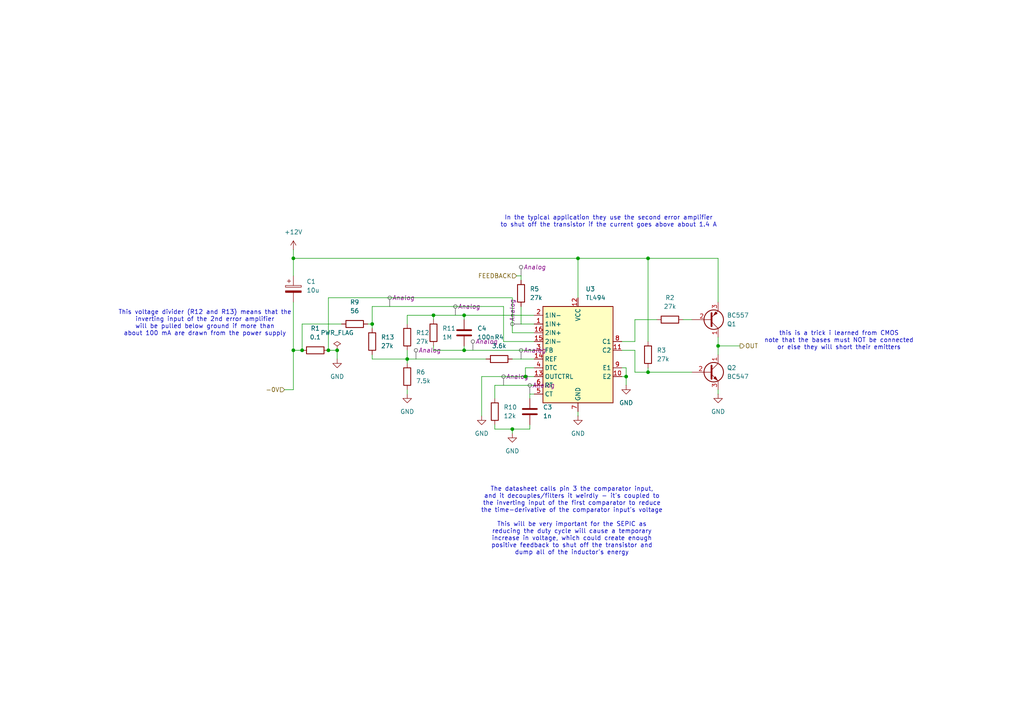
<source format=kicad_sch>
(kicad_sch (version 20231120) (generator "eeschema") (generator_version "8.0")
  (paper "A4")
  (lib_symbols
    (symbol "Device:C" (pin_numbers hide) (pin_names (offset 0.254))
      (property "Reference" "C" (at 0.635 2.54 0))
      (property "Value" "C" (at 0.635 -2.54 0))
      (symbol "C_0_1"
        (polyline (pts (xy -2.032 -0.762) (xy 2.032 -0.762)) (stroke (width 0.508)))
        (polyline (pts (xy -2.032 0.762) (xy 2.032 0.762)) (stroke (width 0.508)))
      )
      (symbol "C_1_1"
        (pin passive line (at 0 3.81 270) (length 2.794) (name "~") (number "1"))
        (pin passive line (at 0 -3.81 90) (length 2.794) (name "~") (number "2"))
      )
    )
    (symbol "Device:C_Polarized" (pin_numbers hide) (pin_names (offset 0.254))
      (property "Reference" "C" (at 0.635 2.54 0))
      (property "Value" "C_Polarized" (at 0.635 -2.54 0))
      (symbol "C_Polarized_0_1"
        (rectangle (start -2.286 0.508) (end 2.286 1.016))
        (polyline (pts (xy -1.778 2.286) (xy -0.762 2.286)))
        (polyline (pts (xy -1.27 2.794) (xy -1.27 1.778)))
        (rectangle (start 2.286 -0.508) (end -2.286 -1.016) (fill (type outline)))
      )
      (symbol "C_Polarized_1_1"
        (pin passive line (at 0 3.81 270) (length 2.794) (name "~") (number "1"))
        (pin passive line (at 0 -3.81 90) (length 2.794) (name "~") (number "2"))
      )
    )
    (symbol "Device:R" (pin_numbers hide) (pin_names (offset 0))
      (property "Reference" "R" (at 2.032 0 90))
      (property "Value" "R" (at 0 0 90))
      (symbol "R_0_1"
        (rectangle (start -1.016 -2.54) (end 1.016 2.54) (stroke (width 0.254)))
      )
      (symbol "R_1_1"
        (pin passive line (at 0 3.81 270) (length 1.27) (name "~") (number "1"))
        (pin passive line (at 0 -3.81 90) (length 1.27) (name "~") (number "2"))
      )
    )
    (symbol "Regulator_Controller:TL494"
      (property "Reference" "U" (at 3.81 19.05 0))
      (property "Value" "TL494" (at 3.81 16.51 0))
      (symbol "TL494_0_1"
        (rectangle (start -10.16 -12.7) (end 10.16 15.24) (stroke (width 0.254)) (fill (type background)))
      )
      (symbol "TL494_1_1"
        (pin input line (at -12.7 10.16 0) (length 2.54) (name "1IN+") (number "1"))
        (pin passive line (at 12.7 -5.08 180) (length 2.54) (name "E2") (number "10"))
        (pin passive line (at 12.7 2.54 180) (length 2.54) (name "C2") (number "11"))
        (pin power_in line (at 0 17.78 270) (length 2.54) (name "VCC") (number "12"))
        (pin input line (at -12.7 -5.08 0) (length 2.54) (name "OUTCTRL") (number "13"))
        (pin power_out line (at -12.7 0 0) (length 2.54) (name "REF") (number "14"))
        (pin input line (at -12.7 5.08 0) (length 2.54) (name "2IN-") (number "15"))
        (pin input line (at -12.7 7.62 0) (length 2.54) (name "2IN+") (number "16"))
        (pin input line (at -12.7 12.7 0) (length 2.54) (name "1IN-") (number "2"))
        (pin output line (at -12.7 2.54 0) (length 2.54) (name "FB") (number "3"))
        (pin input line (at -12.7 -2.54 0) (length 2.54) (name "DTC") (number "4"))
        (pin passive line (at -12.7 -10.16 0) (length 2.54) (name "CT") (number "5"))
        (pin passive line (at -12.7 -7.62 0) (length 2.54) (name "RT") (number "6"))
        (pin power_in line (at 0 -15.24 90) (length 2.54) (name "GND") (number "7"))
        (pin passive line (at 12.7 5.08 180) (length 2.54) (name "C1") (number "8"))
        (pin passive line (at 12.7 -2.54 180) (length 2.54) (name "E1") (number "9"))
      )
    )
    (symbol "Transistor_BJT:BC547" (pin_names (offset 0) hide)
      (property "Reference" "Q" (at 5.08 1.905 0))
      (property "Value" "BC547" (at 5.08 0 0))
      (symbol "BC547_0_1"
        (polyline (pts (xy 0 0) (xy 0.635 0)))
        (polyline (pts (xy 0.635 0.635) (xy 2.54 2.54)))
        (polyline (pts (xy 0.635 -0.635) (xy 2.54 -2.54) (xy 2.54 -2.54)))
        (polyline (pts (xy 0.635 1.905) (xy 0.635 -1.905) (xy 0.635 -1.905)) (stroke (width 0.508)))
        (polyline (pts (xy 1.27 -1.778) (xy 1.778 -1.27) (xy 2.286 -2.286) (xy 1.27 -1.778) (xy 1.27 -1.778)) (fill (type outline)))
        (circle (center 1.27 0) (radius 2.8194) (stroke (width 0.254)))
      )
      (symbol "BC547_1_1"
        (pin passive line (at 2.54 5.08 270) (length 2.54) (name "C") (number "1"))
        (pin input line (at -5.08 0 0) (length 5.08) (name "B") (number "2"))
        (pin passive line (at 2.54 -5.08 90) (length 2.54) (name "E") (number "3"))
      )
    )
    (symbol "Transistor_BJT:BC557" (pin_names (offset 0) hide)
      (property "Reference" "Q" (at 5.08 1.905 0))
      (property "Value" "BC557" (at 5.08 0 0))
      (symbol "BC557_0_1"
        (polyline (pts (xy 0.635 0.635) (xy 2.54 2.54)))
        (polyline (pts (xy 0.635 -0.635) (xy 2.54 -2.54) (xy 2.54 -2.54)))
        (polyline (pts (xy 0.635 1.905) (xy 0.635 -1.905) (xy 0.635 -1.905)) (stroke (width 0.508)))
        (polyline (pts (xy 2.286 -1.778) (xy 1.778 -2.286) (xy 1.27 -1.27) (xy 2.286 -1.778) (xy 2.286 -1.778)) (fill (type outline)))
        (circle (center 1.27 0) (radius 2.8194) (stroke (width 0.254)))
      )
      (symbol "BC557_1_1"
        (pin passive line (at 2.54 5.08 270) (length 2.54) (name "C") (number "1"))
        (pin input line (at -5.08 0 0) (length 5.715) (name "B") (number "2"))
        (pin passive line (at 2.54 -5.08 90) (length 2.54) (name "E") (number "3"))
      )
    )
    (symbol "power:+12V" (power) (pin_numbers hide) (pin_names (offset 0) hide)
      (property "Value" "+12V" (at 0 3.556 0))
      (symbol "+12V_0_1"
        (polyline (pts (xy -0.762 1.27) (xy 0 2.54)))
        (polyline (pts (xy 0 0) (xy 0 2.54)))
        (polyline (pts (xy 0 2.54) (xy 0.762 1.27)))
      )
      (symbol "+12V_1_1"
        (pin power_in line (at 0 0 90) (length 0) (name "~") (number "1"))
      )
    )
    (symbol "power:GND" (power) (pin_numbers hide) (pin_names (offset 0) hide)
      (property "Value" "GND" (at 0 -3.81 0))
      (symbol "GND_0_1"
        (polyline (pts (xy 0 0) (xy 0 -1.27) (xy 1.27 -1.27) (xy 0 -2.54) (xy -1.27 -1.27) (xy 0 -1.27)))
      )
      (symbol "GND_1_1"
        (pin power_in line (at 0 0 270) (length 0) (name "~") (number "1"))
      )
    )
    (symbol "power:PWR_FLAG" (power) (pin_numbers hide) (pin_names (offset 0) hide)
      (property "Value" "PWR_FLAG" (at 0 3.81 0))
      (symbol "PWR_FLAG_0_0"
        (pin power_out line (at 0 0 90) (length 0) (name "~") (number "1"))
      )
      (symbol "PWR_FLAG_0_1"
        (polyline (pts (xy 0 0) (xy 0 1.27) (xy -1.016 1.905) (xy 0 2.54) (xy 1.016 1.905) (xy 0 1.27)))
      )
    )
  )
  (junction (at 85.09 74.93))
  (junction (at 134.62 91.44))
  (junction (at 87.63 101.6))
  (junction (at 85.09 101.6))
  (junction (at 167.64 74.93))
  (junction (at 187.96 74.93))
  (junction (at 97.79 101.6))
  (junction (at 118.11 104.14))
  (junction (at 181.61 109.22))
  (junction (at 95.25 101.6))
  (junction (at 134.62 101.6))
  (junction (at 208.28 100.33))
  (junction (at 125.73 91.44))
  (junction (at 148.59 124.46))
  (junction (at 187.96 107.95))
  (junction (at 107.95 93.98))
  (junction (at 152.4 109.22))
  (wire (pts (xy 180.34 99.06) (xy 184.15 99.06)))
  (wire (pts (xy 143.51 124.46) (xy 148.59 124.46)))
  (wire (pts (xy 143.51 111.76) (xy 143.51 115.57)))
  (wire (pts (xy 187.96 107.95) (xy 187.96 106.68)))
  (wire (pts (xy 181.61 109.22) (xy 181.61 111.76)))
  (wire (pts (xy 125.73 100.33) (xy 125.73 101.6)))
  (wire (pts (xy 134.62 91.44) (xy 154.94 91.44)))
  (wire (pts (xy 118.11 91.44) (xy 125.73 91.44)))
  (wire (pts (xy 82.55 113.03) (xy 85.09 113.03)))
  (wire (pts (xy 151.13 80.01) (xy 149.86 80.01)))
  (wire (pts (xy 181.61 106.68) (xy 181.61 109.22)))
  (wire (pts (xy 180.34 106.68) (xy 181.61 106.68)))
  (wire (pts (xy 154.94 109.22) (xy 152.4 109.22)))
  (wire (pts (xy 95.25 86.36) (xy 95.25 101.6)))
  (wire (pts (xy 151.13 80.01) (xy 151.13 81.28)))
  (wire (pts (xy 148.59 86.36) (xy 148.59 96.52)))
  (wire (pts (xy 146.05 99.06) (xy 154.94 99.06)))
  (wire (pts (xy 154.94 111.76) (xy 143.51 111.76)))
  (wire (pts (xy 148.59 124.46) (xy 153.67 124.46)))
  (wire (pts (xy 118.11 101.6) (xy 118.11 104.14)))
  (wire (pts (xy 97.79 101.6) (xy 97.79 104.14)))
  (wire (pts (xy 87.63 93.98) (xy 87.63 101.6)))
  (wire (pts (xy 85.09 72.39) (xy 85.09 74.93)))
  (wire (pts (xy 85.09 101.6) (xy 87.63 101.6)))
  (wire (pts (xy 208.28 87.63) (xy 208.28 74.93)))
  (wire (pts (xy 152.4 106.68) (xy 152.4 109.22)))
  (wire (pts (xy 152.4 109.22) (xy 139.7 109.22)))
  (wire (pts (xy 85.09 113.03) (xy 85.09 101.6)))
  (wire (pts (xy 184.15 101.6) (xy 180.34 101.6)))
  (wire (pts (xy 107.95 102.87) (xy 107.95 104.14)))
  (wire (pts (xy 208.28 100.33) (xy 208.28 102.87)))
  (wire (pts (xy 153.67 123.19) (xy 153.67 124.46)))
  (wire (pts (xy 85.09 74.93) (xy 167.64 74.93)))
  (wire (pts (xy 208.28 113.03) (xy 208.28 114.3)))
  (wire (pts (xy 180.34 109.22) (xy 181.61 109.22)))
  (wire (pts (xy 107.95 93.98) (xy 107.95 95.25)))
  (wire (pts (xy 184.15 92.71) (xy 190.5 92.71)))
  (wire (pts (xy 143.51 123.19) (xy 143.51 124.46)))
  (wire (pts (xy 167.64 74.93) (xy 167.64 86.36)))
  (wire (pts (xy 134.62 100.33) (xy 134.62 101.6)))
  (wire (pts (xy 148.59 125.73) (xy 148.59 124.46)))
  (wire (pts (xy 95.25 101.6) (xy 97.79 101.6)))
  (wire (pts (xy 187.96 74.93) (xy 167.64 74.93)))
  (wire (pts (xy 198.12 92.71) (xy 200.66 92.71)))
  (wire (pts (xy 148.59 104.14) (xy 154.94 104.14)))
  (wire (pts (xy 184.15 99.06) (xy 184.15 92.71)))
  (wire (pts (xy 134.62 101.6) (xy 154.94 101.6)))
  (wire (pts (xy 95.25 86.36) (xy 148.59 86.36)))
  (wire (pts (xy 154.94 114.3) (xy 153.67 114.3)))
  (wire (pts (xy 107.95 104.14) (xy 118.11 104.14)))
  (wire (pts (xy 125.73 101.6) (xy 134.62 101.6)))
  (wire (pts (xy 184.15 107.95) (xy 184.15 101.6)))
  (wire (pts (xy 106.68 93.98) (xy 107.95 93.98)))
  (wire (pts (xy 151.13 93.98) (xy 154.94 93.98)))
  (wire (pts (xy 85.09 74.93) (xy 85.09 80.01)))
  (wire (pts (xy 208.28 74.93) (xy 187.96 74.93)))
  (wire (pts (xy 187.96 99.06) (xy 187.96 74.93)))
  (wire (pts (xy 125.73 91.44) (xy 134.62 91.44)))
  (wire (pts (xy 125.73 91.44) (xy 125.73 92.71)))
  (wire (pts (xy 118.11 93.98) (xy 118.11 91.44)))
  (wire (pts (xy 154.94 106.68) (xy 152.4 106.68)))
  (wire (pts (xy 134.62 91.44) (xy 134.62 92.71)))
  (wire (pts (xy 208.28 97.79) (xy 208.28 100.33)))
  (wire (pts (xy 187.96 107.95) (xy 184.15 107.95)))
  (wire (pts (xy 146.05 88.9) (xy 146.05 99.06)))
  (wire (pts (xy 118.11 104.14) (xy 140.97 104.14)))
  (wire (pts (xy 118.11 105.41) (xy 118.11 104.14)))
  (wire (pts (xy 85.09 101.6) (xy 85.09 87.63)))
  (wire (pts (xy 139.7 109.22) (xy 139.7 120.65)))
  (wire (pts (xy 153.67 114.3) (xy 153.67 115.57)))
  (wire (pts (xy 148.59 96.52) (xy 154.94 96.52)))
  (wire (pts (xy 107.95 88.9) (xy 107.95 93.98)))
  (wire (pts (xy 118.11 113.03) (xy 118.11 114.3)))
  (wire (pts (xy 200.66 107.95) (xy 187.96 107.95)))
  (wire (pts (xy 99.06 93.98) (xy 87.63 93.98)))
  (wire (pts (xy 167.64 119.38) (xy 167.64 120.65)))
  (wire (pts (xy 208.28 100.33) (xy 214.63 100.33)))
  (wire (pts (xy 151.13 88.9) (xy 151.13 93.98)))
  (wire (pts (xy 146.05 88.9) (xy 107.95 88.9)))
  (text "In the typical application they use the second error amplifier\nto shut off the transistor if the current goes above about 1.4 A" (at 176.53 64.262 0) (effects (font (size 1.27 1.27))))
  (text "This voltage divider (R12 and R13) means that the\ninverting input of the 2nd error amplifier\nwill be pulled below ground if more than\nabout 100 mA are drawn from the power supply" (at 59.436 93.726 0) (effects (font (size 1.27 1.27))))
  (text "this is a trick i learned from CMOS\nnote that the bases must NOT be connected\nor else they will short their emitters" (at 243.332 98.806 0) (effects (font (size 1.27 1.27))))
  (text "The datasheet calls pin 3 the comparator input,\nand it decouples/filters it weirdly - it's coupled to\nthe inverting input of the first comparator to reduce\nthe time-derivative of the comparator input's voltage\n\nThis will be very important for the SEPIC as\nreducing the duty cycle will cause a temporary\nincrease in voltage, which could create enough\npositive feedback to shut off the transistor and\ndump all of the inductor's energy" (at 165.862 151.13 0) (effects (font (size 1.27 1.27))))
  (hierarchical_label "OUT" (shape output) (at 214.63 100.33 0))
  (hierarchical_label "-0V" (shape input) (at 82.55 113.03 180))
  (hierarchical_label "FEEDBACK" (shape input) (at 149.86 80.01 180))
  (netclass_flag "" (length 2.54) (shape round) (at 151.13 93.98 90) (property "Netclass" "Analog" (at 148.59 93.2815 90) (effects (font (italic yes)) (justify left))))
  (netclass_flag "" (length 2.54) (shape round) (at 146.05 111.76 0) (property "Netclass" "Analog" (at 146.7485 109.22 0) (effects (font (italic yes)) (justify left))))
  (netclass_flag "" (length 2.54) (shape round) (at 151.13 104.14 0) (property "Netclass" "Analog" (at 151.8285 101.6 0) (effects (font (italic yes)) (justify left))))
  (netclass_flag "" (length 2.54) (shape round) (at 120.65 104.14 0) (property "Netclass" "Analog" (at 121.3485 101.6 0) (effects (font (italic yes)) (justify left))))
  (netclass_flag "" (length 2.54) (shape round) (at 113.03 88.9 0) (property "Netclass" "Analog" (at 113.7285 86.36 0) (effects (font (italic yes)) (justify left))))
  (netclass_flag "" (length 2.54) (shape round) (at 153.67 114.3 0) (property "Netclass" "Analog" (at 154.3685 111.76 0) (effects (font (italic yes)) (justify left))))
  (netclass_flag "" (length 2.54) (shape round) (at 132.08 91.44 0) (property "Netclass" "Analog" (at 132.7785 88.9 0) (effects (font (italic yes)) (justify left))))
  (netclass_flag "" (length 2.54) (shape round) (at 151.13 80.01 0) (property "Netclass" "Analog" (at 151.8285 77.47 0) (effects (font (italic yes)) (justify left))))
  (netclass_flag "" (length 2.54) (shape round) (at 137.16 101.6 0) (property "Netclass" "Analog" (at 137.8585 99.06 0) (effects (font (italic yes)) (justify left))))
  (symbol (lib_id "Transistor_BJT:BC557") (at 205.74 92.71 0) (mirror x) (unit 1)
    (property "Reference" "Q1" (at 210.82 93.9801 0) (effects (justify left)))
    (property "Value" "BC557" (at 210.82 91.4401 0) (effects (justify left)))
    (property "Footprint" "Package_TO_SOT_THT:TO-92_Inline" (effects (hide yes)))
    (property "Datasheet" "https://www.onsemi.com/pub/Collateral/BC556BTA-D.pdf" (effects (hide yes)))
    (property "Description" "0.1A Ic, 45V Vce, PNP Small Signal Transistor, TO-92" (effects (hide yes)))
    (property "Mouser part no." " 637-BC557CBK" (effects (hide yes)))
  )
  (symbol (lib_id "power:+12V") (at 85.09 72.39 0) (unit 1)
    (property "Reference" "#PWR024" (effects (hide yes)))
    (property "Value" "+12V" (at 85.09 67.31 0))
    (property "Description" "Power symbol creates a global label with name \"+12V\"" (effects (hide yes)))
  )
  (symbol (lib_id "Device:R") (at 118.11 97.79 180) (unit 1)
    (property "Reference" "R12" (at 120.65 96.5199 0) (effects (justify right)))
    (property "Value" "27k" (at 120.65 99.0599 0) (effects (justify right)))
    (property "Footprint" "Resistor_THT:R_Axial_DIN0204_L3.6mm_D1.6mm_P7.62mm_Horizontal" (effects (hide yes)))
    (property "Description" "Resistor" (effects (hide yes)))
    (property "Mouser part no." " 603-MFR-12FTF52-27K" (effects (hide yes)))
  )
  (symbol (lib_id "Device:C_Polarized") (at 85.09 83.82 0) (unit 1)
    (property "Reference" "C1" (at 88.9 81.6609 0) (effects (justify left)))
    (property "Value" "10u" (at 88.9 84.2009 0) (effects (justify left)))
    (property "Footprint" "Capacitor_SMD:C_0805_2012Metric_Pad1.18x1.45mm_HandSolder" (effects (hide yes)))
    (property "Description" "Polarized capacitor" (effects (hide yes)))
    (property "Mouser part no." " 187-CL21A106KOQNNNE" (effects (hide yes)))
  )
  (symbol (lib_id "Device:C") (at 134.62 96.52 0) (unit 1)
    (property "Reference" "C4" (at 138.43 95.2499 0) (effects (justify left)))
    (property "Value" "100n" (at 138.43 97.7899 0) (effects (justify left)))
    (property "Footprint" "Capacitor_SMD:C_0603_1608Metric_Pad1.08x0.95mm_HandSolder" (effects (hide yes)))
    (property "Description" "Unpolarized capacitor" (effects (hide yes)))
    (property "Mouser part no." " 710-885012206095" (effects (hide yes)))
  )
  (symbol (lib_id "power:PWR_FLAG") (at 97.79 101.6 0) (unit 1)
    (property "Reference" "#FLG01" (effects (hide yes)))
    (property "Value" "PWR_FLAG" (at 97.79 96.52 0))
    (property "Description" "Special symbol for telling ERC where power comes from" (effects (hide yes)))
  )
  (symbol (lib_id "Device:C") (at 153.67 119.38 0) (unit 1)
    (property "Reference" "C3" (at 157.48 118.1099 0) (effects (justify left)))
    (property "Value" "1n" (at 157.48 120.6499 0) (effects (justify left)))
    (property "Footprint" "Capacitor_SMD:C_0805_2012Metric_Pad1.18x1.45mm_HandSolder" (effects (hide yes)))
    (property "Description" "Unpolarized capacitor" (effects (hide yes)))
    (property "Mouser part no." " 80-C0805C102J5G" (effects (hide yes)))
  )
  (symbol (lib_id "power:GND") (at 181.61 111.76 0) (unit 1)
    (property "Reference" "#PWR04" (effects (hide yes)))
    (property "Value" "GND" (at 181.61 116.84 0))
    (property "Description" "Power symbol creates a global label with name \"GND\" , ground" (effects (hide yes)))
  )
  (symbol (lib_id "Device:R") (at 144.78 104.14 270) (unit 1)
    (property "Reference" "R4" (at 144.78 97.79 90))
    (property "Value" "3.6k" (at 144.78 100.33 90))
    (property "Footprint" "Resistor_THT:R_Axial_DIN0204_L3.6mm_D1.6mm_P7.62mm_Horizontal" (effects (hide yes)))
    (property "Description" "Resistor" (effects (hide yes)))
    (property "Mouser part no." " 603-MFR-12FTF52-3K6 " (effects (hide yes)))
  )
  (symbol (lib_id "power:GND") (at 139.7 120.65 0) (unit 1)
    (property "Reference" "#PWR03" (effects (hide yes)))
    (property "Value" "GND" (at 139.7 125.73 0))
    (property "Description" "Power symbol creates a global label with name \"GND\" , ground" (effects (hide yes)))
  )
  (symbol (lib_id "Device:R") (at 187.96 102.87 0) (unit 1)
    (property "Reference" "R3" (at 190.5 101.5999 0) (effects (justify left)))
    (property "Value" "27k" (at 190.5 104.1399 0) (effects (justify left)))
    (property "Footprint" "Resistor_THT:R_Axial_DIN0204_L3.6mm_D1.6mm_P7.62mm_Horizontal" (effects (hide yes)))
    (property "Description" "Resistor" (effects (hide yes)))
    (property "Mouser part no." " 603-MFR-12FTF52-27K" (effects (hide yes)))
  )
  (symbol (lib_id "Device:R") (at 102.87 93.98 270) (unit 1)
    (property "Reference" "R9" (at 102.87 87.63 90))
    (property "Value" "56" (at 102.87 90.17 90))
    (property "Footprint" "Resistor_THT:R_Axial_DIN0204_L3.6mm_D1.6mm_P7.62mm_Horizontal" (effects (hide yes)))
    (property "Description" "Resistor" (effects (hide yes)))
    (property "Mouser part no." " 603-MFR-12FTF52-56R" (effects (hide yes)))
  )
  (symbol (lib_id "Device:R") (at 151.13 85.09 180) (unit 1)
    (property "Reference" "R5" (at 153.67 83.8199 0) (effects (justify right)))
    (property "Value" "27k" (at 153.67 86.3599 0) (effects (justify right)))
    (property "Footprint" "Resistor_THT:R_Axial_DIN0204_L3.6mm_D1.6mm_P7.62mm_Horizontal" (effects (hide yes)))
    (property "Description" "Resistor" (effects (hide yes)))
    (property "Mouser part no." " 603-MFR-12FTF52-27K" (effects (hide yes)))
  )
  (symbol (lib_id "Device:R") (at 194.31 92.71 90) (unit 1)
    (property "Reference" "R2" (at 194.31 86.36 90))
    (property "Value" "27k" (at 194.31 88.9 90))
    (property "Footprint" "Resistor_THT:R_Axial_DIN0204_L3.6mm_D1.6mm_P7.62mm_Horizontal" (effects (hide yes)))
    (property "Description" "Resistor" (effects (hide yes)))
    (property "Mouser part no." " 603-MFR-12FTF52-27K" (effects (hide yes)))
  )
  (symbol (lib_id "Device:R") (at 91.44 101.6 90) (unit 1)
    (property "Reference" "R1" (at 91.44 95.25 90))
    (property "Value" "0.1" (at 91.44 97.79 90))
    (property "Footprint" "Resistor_THT:R_Axial_DIN0204_L3.6mm_D1.6mm_P7.62mm_Horizontal" (effects (hide yes)))
    (property "Description" "Resistor" (effects (hide yes)))
    (property "Mouser part no." " 603-MFR-12FTF52-0R1" (effects (hide yes)))
  )
  (symbol (lib_id "Device:R") (at 125.73 96.52 180) (unit 1)
    (property "Reference" "R11" (at 128.27 95.2499 0) (effects (justify right)))
    (property "Value" "1M" (at 128.27 97.7899 0) (effects (justify right)))
    (property "Footprint" "Resistor_THT:R_Axial_DIN0207_L6.3mm_D2.5mm_P10.16mm_Horizontal" (effects (hide yes)))
    (property "Description" "Resistor" (effects (hide yes)))
    (property "Mouser part no." " 603-CFR-25JT-52-1M" (effects (hide yes)))
  )
  (symbol (lib_id "power:GND") (at 167.64 120.65 0) (unit 1)
    (property "Reference" "#PWR02" (effects (hide yes)))
    (property "Value" "GND" (at 167.64 125.73 0))
    (property "Description" "Power symbol creates a global label with name \"GND\" , ground" (effects (hide yes)))
  )
  (symbol (lib_id "Device:R") (at 107.95 99.06 180) (unit 1)
    (property "Reference" "R13" (at 110.49 97.7899 0) (effects (justify right)))
    (property "Value" "27k" (at 110.49 100.3299 0) (effects (justify right)))
    (property "Footprint" "Resistor_THT:R_Axial_DIN0204_L3.6mm_D1.6mm_P7.62mm_Horizontal" (effects (hide yes)))
    (property "Description" "Resistor" (effects (hide yes)))
    (property "Mouser part no." " 603-MFR-12FTF52-27K" (effects (hide yes)))
  )
  (symbol (lib_id "power:GND") (at 148.59 125.73 0) (unit 1)
    (property "Reference" "#PWR05" (effects (hide yes)))
    (property "Value" "GND" (at 148.59 130.81 0))
    (property "Description" "Power symbol creates a global label with name \"GND\" , ground" (effects (hide yes)))
  )
  (symbol (lib_id "Device:R") (at 118.11 109.22 0) (unit 1)
    (property "Reference" "R6" (at 120.65 107.9499 0) (effects (justify left)))
    (property "Value" "7.5k" (at 120.65 110.4899 0) (effects (justify left)))
    (property "Footprint" "Resistor_THT:R_Axial_DIN0204_L3.6mm_D1.6mm_P7.62mm_Horizontal" (effects (hide yes)))
    (property "Description" "Resistor" (effects (hide yes)))
    (property "Mouser part no." " 603-MFR-12FTF52-7K5" (effects (hide yes)))
  )
  (symbol (lib_id "power:GND") (at 208.28 114.3 0) (unit 1)
    (property "Reference" "#PWR07" (effects (hide yes)))
    (property "Value" "GND" (at 208.28 119.38 0))
    (property "Description" "Power symbol creates a global label with name \"GND\" , ground" (effects (hide yes)))
  )
  (symbol (lib_id "Device:R") (at 143.51 119.38 0) (unit 1)
    (property "Reference" "R10" (at 146.05 118.1099 0) (effects (justify left)))
    (property "Value" "12k" (at 146.05 120.6499 0) (effects (justify left)))
    (property "Footprint" "Resistor_THT:R_Axial_DIN0204_L3.6mm_D1.6mm_P7.62mm_Horizontal" (effects (hide yes)))
    (property "Description" "Resistor" (effects (hide yes)))
    (property "Mouser part no." " 603-MFR-12FTF52-12K" (effects (hide yes)))
  )
  (symbol (lib_id "Transistor_BJT:BC547") (at 205.74 107.95 0) (unit 1)
    (property "Reference" "Q2" (at 210.82 106.6799 0) (effects (justify left)))
    (property "Value" "BC547" (at 210.82 109.2199 0) (effects (justify left)))
    (property "Footprint" "Package_TO_SOT_THT:TO-92_Inline" (effects (hide yes)))
    (property "Datasheet" "https://www.onsemi.com/pub/Collateral/BC550-D.pdf" (effects (hide yes)))
    (property "Description" "0.1A Ic, 45V Vce, Small Signal NPN Transistor, TO-92" (effects (hide yes)))
    (property "Mouser part no." " 637-BC547CBK" (effects (hide yes)))
  )
  (symbol (lib_id "Regulator_Controller:TL494") (at 167.64 104.14 0) (unit 1)
    (property "Reference" "U3" (at 169.8341 83.82 0) (effects (justify left)))
    (property "Value" "TL494" (at 169.8341 86.36 0) (effects (justify left)))
    (property "Footprint" "Package_DIP:DIP-16_W7.62mm_Socket" (effects (hide yes)))
    (property "Datasheet" "http://www.ti.com/lit/ds/symlink/tl494.pdf" (effects (hide yes)))
    (property "Description" "Pulse-Width-Modulation Control Circuits, PDIP-16/SOIC-16/TSSOP-16" (effects (hide yes)))
    (property "Mouser part no." " 595-TL494CNE4" (effects (hide yes)))
  )
  (symbol (lib_id "power:GND") (at 97.79 104.14 0) (unit 1)
    (property "Reference" "#PWR08" (effects (hide yes)))
    (property "Value" "GND" (at 97.79 109.22 0))
    (property "Description" "Power symbol creates a global label with name \"GND\" , ground" (effects (hide yes)))
  )
  (symbol (lib_id "power:GND") (at 118.11 114.3 0) (unit 1)
    (property "Reference" "#PWR01" (effects (hide yes)))
    (property "Value" "GND" (at 118.11 119.38 0))
    (property "Description" "Power symbol creates a global label with name \"GND\" , ground" (effects (hide yes)))
  )
)
</source>
